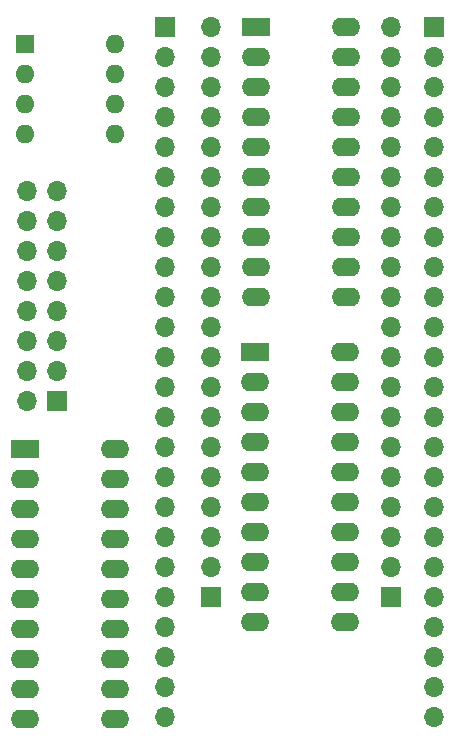
<source format=gbr>
%TF.GenerationSoftware,KiCad,Pcbnew,7.0.1*%
%TF.CreationDate,2023-05-02T10:19:58-07:00*%
%TF.ProjectId,tn9k_f18_fat,746e396b-5f66-4313-985f-6661742e6b69,rev?*%
%TF.SameCoordinates,Original*%
%TF.FileFunction,Soldermask,Top*%
%TF.FilePolarity,Negative*%
%FSLAX46Y46*%
G04 Gerber Fmt 4.6, Leading zero omitted, Abs format (unit mm)*
G04 Created by KiCad (PCBNEW 7.0.1) date 2023-05-02 10:19:58*
%MOMM*%
%LPD*%
G01*
G04 APERTURE LIST*
%ADD10R,2.400000X1.600000*%
%ADD11O,2.400000X1.600000*%
%ADD12R,1.700000X1.700000*%
%ADD13O,1.700000X1.700000*%
%ADD14R,1.600000X1.600000*%
%ADD15O,1.600000X1.600000*%
G04 APERTURE END LIST*
D10*
%TO.C,U3*%
X138811000Y-85852000D03*
D11*
X138811000Y-88392000D03*
X138811000Y-90932000D03*
X138811000Y-93472000D03*
X138811000Y-96012000D03*
X138811000Y-98552000D03*
X138811000Y-101092000D03*
X138811000Y-103632000D03*
X138811000Y-106172000D03*
X138811000Y-108712000D03*
X146431000Y-108712000D03*
X146431000Y-106172000D03*
X146431000Y-103632000D03*
X146431000Y-101092000D03*
X146431000Y-98552000D03*
X146431000Y-96012000D03*
X146431000Y-93472000D03*
X146431000Y-90932000D03*
X146431000Y-88392000D03*
X146431000Y-85852000D03*
%TD*%
D12*
%TO.C,J3*%
X150622000Y-50165000D03*
D13*
X150622000Y-52705000D03*
X150622000Y-55245000D03*
X150622000Y-57785000D03*
X150622000Y-60325000D03*
X150622000Y-62865000D03*
X150622000Y-65405000D03*
X150622000Y-67945000D03*
X150622000Y-70485000D03*
X150622000Y-73025000D03*
X150622000Y-75565000D03*
X150622000Y-78105000D03*
X150622000Y-80645000D03*
X150622000Y-83185000D03*
X150622000Y-85725000D03*
X150622000Y-88265000D03*
X150622000Y-90805000D03*
X150622000Y-93345000D03*
X150622000Y-95885000D03*
X150622000Y-98425000D03*
X150622000Y-100965000D03*
X150622000Y-103505000D03*
X150622000Y-106045000D03*
X150622000Y-108585000D03*
%TD*%
D14*
%TO.C,J5*%
X138811000Y-51562000D03*
D15*
X138811000Y-54102000D03*
X138811000Y-56642000D03*
X138811000Y-59182000D03*
X146431000Y-59182000D03*
X146431000Y-56642000D03*
X146431000Y-54102000D03*
X146431000Y-51562000D03*
%TD*%
D12*
%TO.C,J6*%
X141478000Y-81788000D03*
D13*
X138938000Y-81788000D03*
X141478000Y-79248000D03*
X138938000Y-79248000D03*
X141478000Y-76708000D03*
X138938000Y-76708000D03*
X141478000Y-74168000D03*
X138938000Y-74168000D03*
X141478000Y-71628000D03*
X138938000Y-71628000D03*
X141478000Y-69088000D03*
X138938000Y-69088000D03*
X141478000Y-66548000D03*
X138938000Y-66548000D03*
X141478000Y-64008000D03*
X138938000Y-64008000D03*
%TD*%
D12*
%TO.C,J4*%
X173438900Y-50165000D03*
D13*
X173438900Y-52705000D03*
X173438900Y-55245000D03*
X173438900Y-57785000D03*
X173438900Y-60325000D03*
X173438900Y-62865000D03*
X173438900Y-65405000D03*
X173438900Y-67945000D03*
X173438900Y-70485000D03*
X173438900Y-73025000D03*
X173438900Y-75565000D03*
X173438900Y-78105000D03*
X173438900Y-80645000D03*
X173438900Y-83185000D03*
X173438900Y-85725000D03*
X173438900Y-88265000D03*
X173438900Y-90805000D03*
X173438900Y-93345000D03*
X173438900Y-95885000D03*
X173438900Y-98425000D03*
X173438900Y-100965000D03*
X173438900Y-103505000D03*
X173438900Y-106045000D03*
X173438900Y-108585000D03*
%TD*%
D10*
%TO.C,U2*%
X158386700Y-50170000D03*
D11*
X158386700Y-52710000D03*
X158386700Y-55250000D03*
X158386700Y-57790000D03*
X158386700Y-60330000D03*
X158386700Y-62870000D03*
X158386700Y-65410000D03*
X158386700Y-67950000D03*
X158386700Y-70490000D03*
X158386700Y-73030000D03*
X166006700Y-73030000D03*
X166006700Y-70490000D03*
X166006700Y-67950000D03*
X166006700Y-65410000D03*
X166006700Y-62870000D03*
X166006700Y-60330000D03*
X166006700Y-57790000D03*
X166006700Y-55250000D03*
X166006700Y-52710000D03*
X166006700Y-50170000D03*
%TD*%
D10*
%TO.C,U1*%
X158300500Y-77698600D03*
D11*
X158300500Y-80238600D03*
X158300500Y-82778600D03*
X158300500Y-85318600D03*
X158300500Y-87858600D03*
X158300500Y-90398600D03*
X158300500Y-92938600D03*
X158300500Y-95478600D03*
X158300500Y-98018600D03*
X158300500Y-100558600D03*
X165920500Y-100558600D03*
X165920500Y-98018600D03*
X165920500Y-95478600D03*
X165920500Y-92938600D03*
X165920500Y-90398600D03*
X165920500Y-87858600D03*
X165920500Y-85318600D03*
X165920500Y-82778600D03*
X165920500Y-80238600D03*
X165920500Y-77698600D03*
%TD*%
D12*
%TO.C,J2*%
X154566700Y-98420000D03*
D13*
X154566700Y-95880000D03*
X154566700Y-93340000D03*
X154566700Y-90800000D03*
X154566700Y-88260000D03*
X154566700Y-85720000D03*
X154566700Y-83180000D03*
X154566700Y-80640000D03*
X154566700Y-78100000D03*
X154566700Y-75560000D03*
X154566700Y-73020000D03*
X154566700Y-70480000D03*
X154566700Y-67940000D03*
X154566700Y-65400000D03*
X154566700Y-62860000D03*
X154566700Y-60320000D03*
X154566700Y-57780000D03*
X154566700Y-55240000D03*
X154566700Y-52700000D03*
X154566700Y-50160000D03*
%TD*%
D12*
%TO.C,J1*%
X169806700Y-98420000D03*
D13*
X169806700Y-95880000D03*
X169806700Y-93340000D03*
X169806700Y-90800000D03*
X169806700Y-88260000D03*
X169806700Y-85720000D03*
X169806700Y-83180000D03*
X169806700Y-80640000D03*
X169806700Y-78100000D03*
X169806700Y-75560000D03*
X169806700Y-73020000D03*
X169806700Y-70480000D03*
X169806700Y-67940000D03*
X169806700Y-65400000D03*
X169806700Y-62860000D03*
X169806700Y-60320000D03*
X169806700Y-57780000D03*
X169806700Y-55240000D03*
X169806700Y-52700000D03*
X169806700Y-50160000D03*
%TD*%
M02*

</source>
